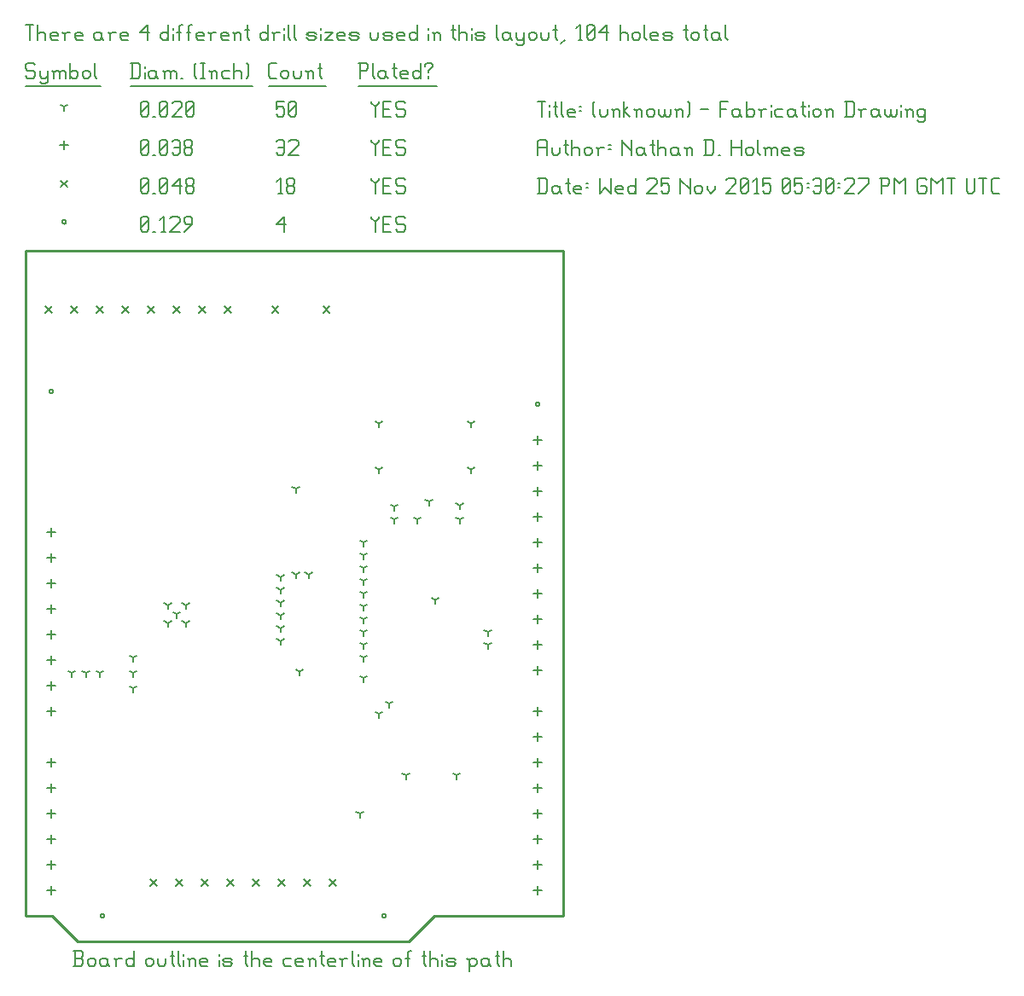
<source format=gbr>
G04 start of page 12 for group -3984 idx -3984 *
G04 Title: (unknown), fab *
G04 Creator: pcb 20140316 *
G04 CreationDate: Wed 25 Nov 2015 05:30:27 PM GMT UTC *
G04 For: ndholmes *
G04 Format: Gerber/RS-274X *
G04 PCB-Dimensions (mil): 2100.00 2700.00 *
G04 PCB-Coordinate-Origin: lower left *
%MOIN*%
%FSLAX25Y25*%
%LNFAB*%
%ADD87C,0.0100*%
%ADD86C,0.0060*%
%ADD85R,0.0080X0.0080*%
G54D85*X139200Y10000D02*G75*G03X140800Y10000I800J0D01*G01*
G75*G03X139200Y10000I-800J0D01*G01*
X199200Y210000D02*G75*G03X200800Y210000I800J0D01*G01*
G75*G03X199200Y210000I-800J0D01*G01*
X9200Y215000D02*G75*G03X10800Y215000I800J0D01*G01*
G75*G03X9200Y215000I-800J0D01*G01*
X29200Y10000D02*G75*G03X30800Y10000I800J0D01*G01*
G75*G03X29200Y10000I-800J0D01*G01*
X14200Y281250D02*G75*G03X15800Y281250I800J0D01*G01*
G75*G03X14200Y281250I-800J0D01*G01*
G54D86*X135000Y283500D02*Y282750D01*
X136500Y281250D01*
X138000Y282750D01*
Y283500D02*Y282750D01*
X136500Y281250D02*Y277500D01*
X139800Y280500D02*X142050D01*
X139800Y277500D02*X142800D01*
X139800Y283500D02*Y277500D01*
Y283500D02*X142800D01*
X147600D02*X148350Y282750D01*
X145350Y283500D02*X147600D01*
X144600Y282750D02*X145350Y283500D01*
X144600Y282750D02*Y281250D01*
X145350Y280500D01*
X147600D01*
X148350Y279750D01*
Y278250D01*
X147600Y277500D02*X148350Y278250D01*
X145350Y277500D02*X147600D01*
X144600Y278250D02*X145350Y277500D01*
X98000Y280500D02*X101000Y283500D01*
X98000Y280500D02*X101750D01*
X101000Y283500D02*Y277500D01*
X45000Y278250D02*X45750Y277500D01*
X45000Y282750D02*Y278250D01*
Y282750D02*X45750Y283500D01*
X47250D01*
X48000Y282750D01*
Y278250D01*
X47250Y277500D02*X48000Y278250D01*
X45750Y277500D02*X47250D01*
X45000Y279000D02*X48000Y282000D01*
X49800Y277500D02*X50550D01*
X53100D02*X54600D01*
X53850Y283500D02*Y277500D01*
X52350Y282000D02*X53850Y283500D01*
X56400Y282750D02*X57150Y283500D01*
X59400D01*
X60150Y282750D01*
Y281250D01*
X56400Y277500D02*X60150Y281250D01*
X56400Y277500D02*X60150D01*
X61950D02*X64950Y280500D01*
Y282750D02*Y280500D01*
X64200Y283500D02*X64950Y282750D01*
X62700Y283500D02*X64200D01*
X61950Y282750D02*X62700Y283500D01*
X61950Y282750D02*Y281250D01*
X62700Y280500D01*
X64950D01*
X48800Y24200D02*X51200Y21800D01*
X48800D02*X51200Y24200D01*
X58800D02*X61200Y21800D01*
X58800D02*X61200Y24200D01*
X68800D02*X71200Y21800D01*
X68800D02*X71200Y24200D01*
X78800D02*X81200Y21800D01*
X78800D02*X81200Y24200D01*
X88800D02*X91200Y21800D01*
X88800D02*X91200Y24200D01*
X98800D02*X101200Y21800D01*
X98800D02*X101200Y24200D01*
X108800D02*X111200Y21800D01*
X108800D02*X111200Y24200D01*
X118800D02*X121200Y21800D01*
X118800D02*X121200Y24200D01*
X77800Y248200D02*X80200Y245800D01*
X77800D02*X80200Y248200D01*
X67800D02*X70200Y245800D01*
X67800D02*X70200Y248200D01*
X57800D02*X60200Y245800D01*
X57800D02*X60200Y248200D01*
X47800D02*X50200Y245800D01*
X47800D02*X50200Y248200D01*
X37800D02*X40200Y245800D01*
X37800D02*X40200Y248200D01*
X27800D02*X30200Y245800D01*
X27800D02*X30200Y248200D01*
X17800D02*X20200Y245800D01*
X17800D02*X20200Y248200D01*
X7800D02*X10200Y245800D01*
X7800D02*X10200Y248200D01*
X116300D02*X118700Y245800D01*
X116300D02*X118700Y248200D01*
X96300D02*X98700Y245800D01*
X96300D02*X98700Y248200D01*
X13800Y297450D02*X16200Y295050D01*
X13800D02*X16200Y297450D01*
X135000Y298500D02*Y297750D01*
X136500Y296250D01*
X138000Y297750D01*
Y298500D02*Y297750D01*
X136500Y296250D02*Y292500D01*
X139800Y295500D02*X142050D01*
X139800Y292500D02*X142800D01*
X139800Y298500D02*Y292500D01*
Y298500D02*X142800D01*
X147600D02*X148350Y297750D01*
X145350Y298500D02*X147600D01*
X144600Y297750D02*X145350Y298500D01*
X144600Y297750D02*Y296250D01*
X145350Y295500D01*
X147600D01*
X148350Y294750D01*
Y293250D01*
X147600Y292500D02*X148350Y293250D01*
X145350Y292500D02*X147600D01*
X144600Y293250D02*X145350Y292500D01*
X98750D02*X100250D01*
X99500Y298500D02*Y292500D01*
X98000Y297000D02*X99500Y298500D01*
X102050Y293250D02*X102800Y292500D01*
X102050Y294750D02*Y293250D01*
Y294750D02*X102800Y295500D01*
X104300D01*
X105050Y294750D01*
Y293250D01*
X104300Y292500D02*X105050Y293250D01*
X102800Y292500D02*X104300D01*
X102050Y296250D02*X102800Y295500D01*
X102050Y297750D02*Y296250D01*
Y297750D02*X102800Y298500D01*
X104300D01*
X105050Y297750D01*
Y296250D01*
X104300Y295500D02*X105050Y296250D01*
X45000Y293250D02*X45750Y292500D01*
X45000Y297750D02*Y293250D01*
Y297750D02*X45750Y298500D01*
X47250D01*
X48000Y297750D01*
Y293250D01*
X47250Y292500D02*X48000Y293250D01*
X45750Y292500D02*X47250D01*
X45000Y294000D02*X48000Y297000D01*
X49800Y292500D02*X50550D01*
X52350Y293250D02*X53100Y292500D01*
X52350Y297750D02*Y293250D01*
Y297750D02*X53100Y298500D01*
X54600D01*
X55350Y297750D01*
Y293250D01*
X54600Y292500D02*X55350Y293250D01*
X53100Y292500D02*X54600D01*
X52350Y294000D02*X55350Y297000D01*
X57150Y295500D02*X60150Y298500D01*
X57150Y295500D02*X60900D01*
X60150Y298500D02*Y292500D01*
X62700Y293250D02*X63450Y292500D01*
X62700Y294750D02*Y293250D01*
Y294750D02*X63450Y295500D01*
X64950D01*
X65700Y294750D01*
Y293250D01*
X64950Y292500D02*X65700Y293250D01*
X63450Y292500D02*X64950D01*
X62700Y296250D02*X63450Y295500D01*
X62700Y297750D02*Y296250D01*
Y297750D02*X63450Y298500D01*
X64950D01*
X65700Y297750D01*
Y296250D01*
X64950Y295500D02*X65700Y296250D01*
X10000Y161600D02*Y158400D01*
X8400Y160000D02*X11600D01*
X10000Y151600D02*Y148400D01*
X8400Y150000D02*X11600D01*
X10000Y141600D02*Y138400D01*
X8400Y140000D02*X11600D01*
X10000Y131600D02*Y128400D01*
X8400Y130000D02*X11600D01*
X10000Y121600D02*Y118400D01*
X8400Y120000D02*X11600D01*
X10000Y111600D02*Y108400D01*
X8400Y110000D02*X11600D01*
X10000Y101600D02*Y98400D01*
X8400Y100000D02*X11600D01*
X10000Y91600D02*Y88400D01*
X8400Y90000D02*X11600D01*
X10000Y71600D02*Y68400D01*
X8400Y70000D02*X11600D01*
X10000Y61600D02*Y58400D01*
X8400Y60000D02*X11600D01*
X10000Y51600D02*Y48400D01*
X8400Y50000D02*X11600D01*
X10000Y41600D02*Y38400D01*
X8400Y40000D02*X11600D01*
X10000Y31600D02*Y28400D01*
X8400Y30000D02*X11600D01*
X10000Y21600D02*Y18400D01*
X8400Y20000D02*X11600D01*
X200000Y21600D02*Y18400D01*
X198400Y20000D02*X201600D01*
X200000Y31600D02*Y28400D01*
X198400Y30000D02*X201600D01*
X200000Y41600D02*Y38400D01*
X198400Y40000D02*X201600D01*
X200000Y51600D02*Y48400D01*
X198400Y50000D02*X201600D01*
X200000Y61600D02*Y58400D01*
X198400Y60000D02*X201600D01*
X200000Y71600D02*Y68400D01*
X198400Y70000D02*X201600D01*
X200000Y81600D02*Y78400D01*
X198400Y80000D02*X201600D01*
X200000Y91600D02*Y88400D01*
X198400Y90000D02*X201600D01*
X200000Y107600D02*Y104400D01*
X198400Y106000D02*X201600D01*
X200000Y117600D02*Y114400D01*
X198400Y116000D02*X201600D01*
X200000Y127600D02*Y124400D01*
X198400Y126000D02*X201600D01*
X200000Y137600D02*Y134400D01*
X198400Y136000D02*X201600D01*
X200000Y147600D02*Y144400D01*
X198400Y146000D02*X201600D01*
X200000Y157600D02*Y154400D01*
X198400Y156000D02*X201600D01*
X200000Y167600D02*Y164400D01*
X198400Y166000D02*X201600D01*
X200000Y177600D02*Y174400D01*
X198400Y176000D02*X201600D01*
X200000Y187600D02*Y184400D01*
X198400Y186000D02*X201600D01*
X200000Y197600D02*Y194400D01*
X198400Y196000D02*X201600D01*
X15000Y312850D02*Y309650D01*
X13400Y311250D02*X16600D01*
X135000Y313500D02*Y312750D01*
X136500Y311250D01*
X138000Y312750D01*
Y313500D02*Y312750D01*
X136500Y311250D02*Y307500D01*
X139800Y310500D02*X142050D01*
X139800Y307500D02*X142800D01*
X139800Y313500D02*Y307500D01*
Y313500D02*X142800D01*
X147600D02*X148350Y312750D01*
X145350Y313500D02*X147600D01*
X144600Y312750D02*X145350Y313500D01*
X144600Y312750D02*Y311250D01*
X145350Y310500D01*
X147600D01*
X148350Y309750D01*
Y308250D01*
X147600Y307500D02*X148350Y308250D01*
X145350Y307500D02*X147600D01*
X144600Y308250D02*X145350Y307500D01*
X98000Y312750D02*X98750Y313500D01*
X100250D01*
X101000Y312750D01*
Y308250D01*
X100250Y307500D02*X101000Y308250D01*
X98750Y307500D02*X100250D01*
X98000Y308250D02*X98750Y307500D01*
Y310500D02*X101000D01*
X102800Y312750D02*X103550Y313500D01*
X105800D01*
X106550Y312750D01*
Y311250D01*
X102800Y307500D02*X106550Y311250D01*
X102800Y307500D02*X106550D01*
X45000Y308250D02*X45750Y307500D01*
X45000Y312750D02*Y308250D01*
Y312750D02*X45750Y313500D01*
X47250D01*
X48000Y312750D01*
Y308250D01*
X47250Y307500D02*X48000Y308250D01*
X45750Y307500D02*X47250D01*
X45000Y309000D02*X48000Y312000D01*
X49800Y307500D02*X50550D01*
X52350Y308250D02*X53100Y307500D01*
X52350Y312750D02*Y308250D01*
Y312750D02*X53100Y313500D01*
X54600D01*
X55350Y312750D01*
Y308250D01*
X54600Y307500D02*X55350Y308250D01*
X53100Y307500D02*X54600D01*
X52350Y309000D02*X55350Y312000D01*
X57150Y312750D02*X57900Y313500D01*
X59400D01*
X60150Y312750D01*
Y308250D01*
X59400Y307500D02*X60150Y308250D01*
X57900Y307500D02*X59400D01*
X57150Y308250D02*X57900Y307500D01*
Y310500D02*X60150D01*
X61950Y308250D02*X62700Y307500D01*
X61950Y309750D02*Y308250D01*
Y309750D02*X62700Y310500D01*
X64200D01*
X64950Y309750D01*
Y308250D01*
X64200Y307500D02*X64950Y308250D01*
X62700Y307500D02*X64200D01*
X61950Y311250D02*X62700Y310500D01*
X61950Y312750D02*Y311250D01*
Y312750D02*X62700Y313500D01*
X64200D01*
X64950Y312750D01*
Y311250D01*
X64200Y310500D02*X64950Y311250D01*
X169500Y165000D02*Y163400D01*
Y165000D02*X170887Y165800D01*
X169500Y165000D02*X168113Y165800D01*
X153000Y165000D02*Y163400D01*
Y165000D02*X154387Y165800D01*
X153000Y165000D02*X151613Y165800D01*
X132000Y103000D02*Y101400D01*
Y103000D02*X133387Y103800D01*
X132000Y103000D02*X130613Y103800D01*
X132000Y111000D02*Y109400D01*
Y111000D02*X133387Y111800D01*
X132000Y111000D02*X130613Y111800D01*
X132000Y116000D02*Y114400D01*
Y116000D02*X133387Y116800D01*
X132000Y116000D02*X130613Y116800D01*
X132000Y126000D02*Y124400D01*
Y126000D02*X133387Y126800D01*
X132000Y126000D02*X130613Y126800D01*
X132000Y131000D02*Y129400D01*
Y131000D02*X133387Y131800D01*
X132000Y131000D02*X130613Y131800D01*
X132000Y136000D02*Y134400D01*
Y136000D02*X133387Y136800D01*
X132000Y136000D02*X130613Y136800D01*
X132000Y141000D02*Y139400D01*
Y141000D02*X133387Y141800D01*
X132000Y141000D02*X130613Y141800D01*
X132000Y146000D02*Y144400D01*
Y146000D02*X133387Y146800D01*
X132000Y146000D02*X130613Y146800D01*
X132000Y151000D02*Y149400D01*
Y151000D02*X133387Y151800D01*
X132000Y151000D02*X130613Y151800D01*
X132000Y156000D02*Y154400D01*
Y156000D02*X133387Y156800D01*
X132000Y156000D02*X130613Y156800D01*
X105500Y143500D02*Y141900D01*
Y143500D02*X106887Y144300D01*
X105500Y143500D02*X104113Y144300D01*
X110500Y143500D02*Y141900D01*
Y143500D02*X111887Y144300D01*
X110500Y143500D02*X109113Y144300D01*
X107000Y105500D02*Y103900D01*
Y105500D02*X108387Y106300D01*
X107000Y105500D02*X105613Y106300D01*
X99500Y142500D02*Y140900D01*
Y142500D02*X100887Y143300D01*
X99500Y142500D02*X98113Y143300D01*
X99500Y137500D02*Y135900D01*
Y137500D02*X100887Y138300D01*
X99500Y137500D02*X98113Y138300D01*
X99500Y132500D02*Y130900D01*
Y132500D02*X100887Y133300D01*
X99500Y132500D02*X98113Y133300D01*
X99500Y127500D02*Y125900D01*
Y127500D02*X100887Y128300D01*
X99500Y127500D02*X98113Y128300D01*
X99500Y122500D02*Y120900D01*
Y122500D02*X100887Y123300D01*
X99500Y122500D02*X98113Y123300D01*
X99500Y117500D02*Y115900D01*
Y117500D02*X100887Y118300D01*
X99500Y117500D02*X98113Y118300D01*
X132000Y121000D02*Y119400D01*
Y121000D02*X133387Y121800D01*
X132000Y121000D02*X130613Y121800D01*
X157500Y172000D02*Y170400D01*
Y172000D02*X158887Y172800D01*
X157500Y172000D02*X156113Y172800D01*
X144000Y165000D02*Y163400D01*
Y165000D02*X145387Y165800D01*
X144000Y165000D02*X142613Y165800D01*
X105500Y177000D02*Y175400D01*
Y177000D02*X106887Y177800D01*
X105500Y177000D02*X104113Y177800D01*
X42000Y111000D02*Y109400D01*
Y111000D02*X43387Y111800D01*
X42000Y111000D02*X40613Y111800D01*
X42000Y105000D02*Y103400D01*
Y105000D02*X43387Y105800D01*
X42000Y105000D02*X40613Y105800D01*
X42000Y99000D02*Y97400D01*
Y99000D02*X43387Y99800D01*
X42000Y99000D02*X40613Y99800D01*
X18000Y105000D02*Y103400D01*
Y105000D02*X19387Y105800D01*
X18000Y105000D02*X16613Y105800D01*
X23500Y105000D02*Y103400D01*
Y105000D02*X24887Y105800D01*
X23500Y105000D02*X22113Y105800D01*
X29000Y105000D02*Y103400D01*
Y105000D02*X30387Y105800D01*
X29000Y105000D02*X27613Y105800D01*
X62500Y124500D02*Y122900D01*
Y124500D02*X63887Y125300D01*
X62500Y124500D02*X61113Y125300D01*
X55500Y124500D02*Y122900D01*
Y124500D02*X56887Y125300D01*
X55500Y124500D02*X54113Y125300D01*
X59000Y128000D02*Y126400D01*
Y128000D02*X60387Y128800D01*
X59000Y128000D02*X57613Y128800D01*
X55500Y131500D02*Y129900D01*
Y131500D02*X56887Y132300D01*
X55500Y131500D02*X54113Y132300D01*
X62500Y131500D02*Y129900D01*
Y131500D02*X63887Y132300D01*
X62500Y131500D02*X61113Y132300D01*
X130500Y50000D02*Y48400D01*
Y50000D02*X131887Y50800D01*
X130500Y50000D02*X129113Y50800D01*
X148500Y65000D02*Y63400D01*
Y65000D02*X149887Y65800D01*
X148500Y65000D02*X147113Y65800D01*
X168414Y65000D02*Y63400D01*
Y65000D02*X169801Y65800D01*
X168414Y65000D02*X167027Y65800D01*
X138000Y89000D02*Y87400D01*
Y89000D02*X139387Y89800D01*
X138000Y89000D02*X136613Y89800D01*
X142000Y93000D02*Y91400D01*
Y93000D02*X143387Y93800D01*
X142000Y93000D02*X140613Y93800D01*
X160000Y133500D02*Y131900D01*
Y133500D02*X161387Y134300D01*
X160000Y133500D02*X158613Y134300D01*
X180500Y116000D02*Y114400D01*
Y116000D02*X181887Y116800D01*
X180500Y116000D02*X179113Y116800D01*
X180500Y121000D02*Y119400D01*
Y121000D02*X181887Y121800D01*
X180500Y121000D02*X179113Y121800D01*
X138000Y202500D02*Y200900D01*
Y202500D02*X139387Y203300D01*
X138000Y202500D02*X136613Y203300D01*
X138000Y184500D02*Y182900D01*
Y184500D02*X139387Y185300D01*
X138000Y184500D02*X136613Y185300D01*
X144000Y170000D02*Y168400D01*
Y170000D02*X145387Y170800D01*
X144000Y170000D02*X142613Y170800D01*
X169500Y170500D02*Y168900D01*
Y170500D02*X170887Y171300D01*
X169500Y170500D02*X168113Y171300D01*
X174000Y202500D02*Y200900D01*
Y202500D02*X175387Y203300D01*
X174000Y202500D02*X172613Y203300D01*
X174000Y184500D02*Y182900D01*
Y184500D02*X175387Y185300D01*
X174000Y184500D02*X172613Y185300D01*
X15000Y326250D02*Y324650D01*
Y326250D02*X16387Y327050D01*
X15000Y326250D02*X13613Y327050D01*
X135000Y328500D02*Y327750D01*
X136500Y326250D01*
X138000Y327750D01*
Y328500D02*Y327750D01*
X136500Y326250D02*Y322500D01*
X139800Y325500D02*X142050D01*
X139800Y322500D02*X142800D01*
X139800Y328500D02*Y322500D01*
Y328500D02*X142800D01*
X147600D02*X148350Y327750D01*
X145350Y328500D02*X147600D01*
X144600Y327750D02*X145350Y328500D01*
X144600Y327750D02*Y326250D01*
X145350Y325500D01*
X147600D01*
X148350Y324750D01*
Y323250D01*
X147600Y322500D02*X148350Y323250D01*
X145350Y322500D02*X147600D01*
X144600Y323250D02*X145350Y322500D01*
X98000Y328500D02*X101000D01*
X98000D02*Y325500D01*
X98750Y326250D01*
X100250D01*
X101000Y325500D01*
Y323250D01*
X100250Y322500D02*X101000Y323250D01*
X98750Y322500D02*X100250D01*
X98000Y323250D02*X98750Y322500D01*
X102800Y323250D02*X103550Y322500D01*
X102800Y327750D02*Y323250D01*
Y327750D02*X103550Y328500D01*
X105050D01*
X105800Y327750D01*
Y323250D01*
X105050Y322500D02*X105800Y323250D01*
X103550Y322500D02*X105050D01*
X102800Y324000D02*X105800Y327000D01*
X45000Y323250D02*X45750Y322500D01*
X45000Y327750D02*Y323250D01*
Y327750D02*X45750Y328500D01*
X47250D01*
X48000Y327750D01*
Y323250D01*
X47250Y322500D02*X48000Y323250D01*
X45750Y322500D02*X47250D01*
X45000Y324000D02*X48000Y327000D01*
X49800Y322500D02*X50550D01*
X52350Y323250D02*X53100Y322500D01*
X52350Y327750D02*Y323250D01*
Y327750D02*X53100Y328500D01*
X54600D01*
X55350Y327750D01*
Y323250D01*
X54600Y322500D02*X55350Y323250D01*
X53100Y322500D02*X54600D01*
X52350Y324000D02*X55350Y327000D01*
X57150Y327750D02*X57900Y328500D01*
X60150D01*
X60900Y327750D01*
Y326250D01*
X57150Y322500D02*X60900Y326250D01*
X57150Y322500D02*X60900D01*
X62700Y323250D02*X63450Y322500D01*
X62700Y327750D02*Y323250D01*
Y327750D02*X63450Y328500D01*
X64950D01*
X65700Y327750D01*
Y323250D01*
X64950Y322500D02*X65700Y323250D01*
X63450Y322500D02*X64950D01*
X62700Y324000D02*X65700Y327000D01*
X3000Y343500D02*X3750Y342750D01*
X750Y343500D02*X3000D01*
X0Y342750D02*X750Y343500D01*
X0Y342750D02*Y341250D01*
X750Y340500D01*
X3000D01*
X3750Y339750D01*
Y338250D01*
X3000Y337500D02*X3750Y338250D01*
X750Y337500D02*X3000D01*
X0Y338250D02*X750Y337500D01*
X5550Y340500D02*Y338250D01*
X6300Y337500D01*
X8550Y340500D02*Y336000D01*
X7800Y335250D02*X8550Y336000D01*
X6300Y335250D02*X7800D01*
X5550Y336000D02*X6300Y335250D01*
Y337500D02*X7800D01*
X8550Y338250D01*
X11100Y339750D02*Y337500D01*
Y339750D02*X11850Y340500D01*
X12600D01*
X13350Y339750D01*
Y337500D01*
Y339750D02*X14100Y340500D01*
X14850D01*
X15600Y339750D01*
Y337500D01*
X10350Y340500D02*X11100Y339750D01*
X17400Y343500D02*Y337500D01*
Y338250D02*X18150Y337500D01*
X19650D01*
X20400Y338250D01*
Y339750D02*Y338250D01*
X19650Y340500D02*X20400Y339750D01*
X18150Y340500D02*X19650D01*
X17400Y339750D02*X18150Y340500D01*
X22200Y339750D02*Y338250D01*
Y339750D02*X22950Y340500D01*
X24450D01*
X25200Y339750D01*
Y338250D01*
X24450Y337500D02*X25200Y338250D01*
X22950Y337500D02*X24450D01*
X22200Y338250D02*X22950Y337500D01*
X27000Y343500D02*Y338250D01*
X27750Y337500D01*
X0Y334250D02*X29250D01*
X41750Y343500D02*Y337500D01*
X44000Y343500D02*X44750Y342750D01*
Y338250D01*
X44000Y337500D02*X44750Y338250D01*
X41000Y337500D02*X44000D01*
X41000Y343500D02*X44000D01*
X46550Y342000D02*Y341250D01*
Y339750D02*Y337500D01*
X50300Y340500D02*X51050Y339750D01*
X48800Y340500D02*X50300D01*
X48050Y339750D02*X48800Y340500D01*
X48050Y339750D02*Y338250D01*
X48800Y337500D01*
X51050Y340500D02*Y338250D01*
X51800Y337500D01*
X48800D02*X50300D01*
X51050Y338250D01*
X54350Y339750D02*Y337500D01*
Y339750D02*X55100Y340500D01*
X55850D01*
X56600Y339750D01*
Y337500D01*
Y339750D02*X57350Y340500D01*
X58100D01*
X58850Y339750D01*
Y337500D01*
X53600Y340500D02*X54350Y339750D01*
X60650Y337500D02*X61400D01*
X65900Y338250D02*X66650Y337500D01*
X65900Y342750D02*X66650Y343500D01*
X65900Y342750D02*Y338250D01*
X68450Y343500D02*X69950D01*
X69200D02*Y337500D01*
X68450D02*X69950D01*
X72500Y339750D02*Y337500D01*
Y339750D02*X73250Y340500D01*
X74000D01*
X74750Y339750D01*
Y337500D01*
X71750Y340500D02*X72500Y339750D01*
X77300Y340500D02*X79550D01*
X76550Y339750D02*X77300Y340500D01*
X76550Y339750D02*Y338250D01*
X77300Y337500D01*
X79550D01*
X81350Y343500D02*Y337500D01*
Y339750D02*X82100Y340500D01*
X83600D01*
X84350Y339750D01*
Y337500D01*
X86150Y343500D02*X86900Y342750D01*
Y338250D01*
X86150Y337500D02*X86900Y338250D01*
X41000Y334250D02*X88700D01*
X95750Y337500D02*X98000D01*
X95000Y338250D02*X95750Y337500D01*
X95000Y342750D02*Y338250D01*
Y342750D02*X95750Y343500D01*
X98000D01*
X99800Y339750D02*Y338250D01*
Y339750D02*X100550Y340500D01*
X102050D01*
X102800Y339750D01*
Y338250D01*
X102050Y337500D02*X102800Y338250D01*
X100550Y337500D02*X102050D01*
X99800Y338250D02*X100550Y337500D01*
X104600Y340500D02*Y338250D01*
X105350Y337500D01*
X106850D01*
X107600Y338250D01*
Y340500D02*Y338250D01*
X110150Y339750D02*Y337500D01*
Y339750D02*X110900Y340500D01*
X111650D01*
X112400Y339750D01*
Y337500D01*
X109400Y340500D02*X110150Y339750D01*
X114950Y343500D02*Y338250D01*
X115700Y337500D01*
X114200Y341250D02*X115700D01*
X95000Y334250D02*X117200D01*
X130750Y343500D02*Y337500D01*
X130000Y343500D02*X133000D01*
X133750Y342750D01*
Y341250D01*
X133000Y340500D02*X133750Y341250D01*
X130750Y340500D02*X133000D01*
X135550Y343500D02*Y338250D01*
X136300Y337500D01*
X140050Y340500D02*X140800Y339750D01*
X138550Y340500D02*X140050D01*
X137800Y339750D02*X138550Y340500D01*
X137800Y339750D02*Y338250D01*
X138550Y337500D01*
X140800Y340500D02*Y338250D01*
X141550Y337500D01*
X138550D02*X140050D01*
X140800Y338250D01*
X144100Y343500D02*Y338250D01*
X144850Y337500D01*
X143350Y341250D02*X144850D01*
X147100Y337500D02*X149350D01*
X146350Y338250D02*X147100Y337500D01*
X146350Y339750D02*Y338250D01*
Y339750D02*X147100Y340500D01*
X148600D01*
X149350Y339750D01*
X146350Y339000D02*X149350D01*
Y339750D02*Y339000D01*
X154150Y343500D02*Y337500D01*
X153400D02*X154150Y338250D01*
X151900Y337500D02*X153400D01*
X151150Y338250D02*X151900Y337500D01*
X151150Y339750D02*Y338250D01*
Y339750D02*X151900Y340500D01*
X153400D01*
X154150Y339750D01*
X157450Y340500D02*Y339750D01*
Y338250D02*Y337500D01*
X155950Y342750D02*Y342000D01*
Y342750D02*X156700Y343500D01*
X158200D01*
X158950Y342750D01*
Y342000D01*
X157450Y340500D02*X158950Y342000D01*
X130000Y334250D02*X160750D01*
X0Y358500D02*X3000D01*
X1500D02*Y352500D01*
X4800Y358500D02*Y352500D01*
Y354750D02*X5550Y355500D01*
X7050D01*
X7800Y354750D01*
Y352500D01*
X10350D02*X12600D01*
X9600Y353250D02*X10350Y352500D01*
X9600Y354750D02*Y353250D01*
Y354750D02*X10350Y355500D01*
X11850D01*
X12600Y354750D01*
X9600Y354000D02*X12600D01*
Y354750D02*Y354000D01*
X15150Y354750D02*Y352500D01*
Y354750D02*X15900Y355500D01*
X17400D01*
X14400D02*X15150Y354750D01*
X19950Y352500D02*X22200D01*
X19200Y353250D02*X19950Y352500D01*
X19200Y354750D02*Y353250D01*
Y354750D02*X19950Y355500D01*
X21450D01*
X22200Y354750D01*
X19200Y354000D02*X22200D01*
Y354750D02*Y354000D01*
X28950Y355500D02*X29700Y354750D01*
X27450Y355500D02*X28950D01*
X26700Y354750D02*X27450Y355500D01*
X26700Y354750D02*Y353250D01*
X27450Y352500D01*
X29700Y355500D02*Y353250D01*
X30450Y352500D01*
X27450D02*X28950D01*
X29700Y353250D01*
X33000Y354750D02*Y352500D01*
Y354750D02*X33750Y355500D01*
X35250D01*
X32250D02*X33000Y354750D01*
X37800Y352500D02*X40050D01*
X37050Y353250D02*X37800Y352500D01*
X37050Y354750D02*Y353250D01*
Y354750D02*X37800Y355500D01*
X39300D01*
X40050Y354750D01*
X37050Y354000D02*X40050D01*
Y354750D02*Y354000D01*
X44550Y355500D02*X47550Y358500D01*
X44550Y355500D02*X48300D01*
X47550Y358500D02*Y352500D01*
X55800Y358500D02*Y352500D01*
X55050D02*X55800Y353250D01*
X53550Y352500D02*X55050D01*
X52800Y353250D02*X53550Y352500D01*
X52800Y354750D02*Y353250D01*
Y354750D02*X53550Y355500D01*
X55050D01*
X55800Y354750D01*
X57600Y357000D02*Y356250D01*
Y354750D02*Y352500D01*
X59850Y357750D02*Y352500D01*
Y357750D02*X60600Y358500D01*
X61350D01*
X59100Y355500D02*X60600D01*
X63600Y357750D02*Y352500D01*
Y357750D02*X64350Y358500D01*
X65100D01*
X62850Y355500D02*X64350D01*
X67350Y352500D02*X69600D01*
X66600Y353250D02*X67350Y352500D01*
X66600Y354750D02*Y353250D01*
Y354750D02*X67350Y355500D01*
X68850D01*
X69600Y354750D01*
X66600Y354000D02*X69600D01*
Y354750D02*Y354000D01*
X72150Y354750D02*Y352500D01*
Y354750D02*X72900Y355500D01*
X74400D01*
X71400D02*X72150Y354750D01*
X76950Y352500D02*X79200D01*
X76200Y353250D02*X76950Y352500D01*
X76200Y354750D02*Y353250D01*
Y354750D02*X76950Y355500D01*
X78450D01*
X79200Y354750D01*
X76200Y354000D02*X79200D01*
Y354750D02*Y354000D01*
X81750Y354750D02*Y352500D01*
Y354750D02*X82500Y355500D01*
X83250D01*
X84000Y354750D01*
Y352500D01*
X81000Y355500D02*X81750Y354750D01*
X86550Y358500D02*Y353250D01*
X87300Y352500D01*
X85800Y356250D02*X87300D01*
X94500Y358500D02*Y352500D01*
X93750D02*X94500Y353250D01*
X92250Y352500D02*X93750D01*
X91500Y353250D02*X92250Y352500D01*
X91500Y354750D02*Y353250D01*
Y354750D02*X92250Y355500D01*
X93750D01*
X94500Y354750D01*
X97050D02*Y352500D01*
Y354750D02*X97800Y355500D01*
X99300D01*
X96300D02*X97050Y354750D01*
X101100Y357000D02*Y356250D01*
Y354750D02*Y352500D01*
X102600Y358500D02*Y353250D01*
X103350Y352500D01*
X104850Y358500D02*Y353250D01*
X105600Y352500D01*
X110550D02*X112800D01*
X113550Y353250D01*
X112800Y354000D02*X113550Y353250D01*
X110550Y354000D02*X112800D01*
X109800Y354750D02*X110550Y354000D01*
X109800Y354750D02*X110550Y355500D01*
X112800D01*
X113550Y354750D01*
X109800Y353250D02*X110550Y352500D01*
X115350Y357000D02*Y356250D01*
Y354750D02*Y352500D01*
X116850Y355500D02*X119850D01*
X116850Y352500D02*X119850Y355500D01*
X116850Y352500D02*X119850D01*
X122400D02*X124650D01*
X121650Y353250D02*X122400Y352500D01*
X121650Y354750D02*Y353250D01*
Y354750D02*X122400Y355500D01*
X123900D01*
X124650Y354750D01*
X121650Y354000D02*X124650D01*
Y354750D02*Y354000D01*
X127200Y352500D02*X129450D01*
X130200Y353250D01*
X129450Y354000D02*X130200Y353250D01*
X127200Y354000D02*X129450D01*
X126450Y354750D02*X127200Y354000D01*
X126450Y354750D02*X127200Y355500D01*
X129450D01*
X130200Y354750D01*
X126450Y353250D02*X127200Y352500D01*
X134700Y355500D02*Y353250D01*
X135450Y352500D01*
X136950D01*
X137700Y353250D01*
Y355500D02*Y353250D01*
X140250Y352500D02*X142500D01*
X143250Y353250D01*
X142500Y354000D02*X143250Y353250D01*
X140250Y354000D02*X142500D01*
X139500Y354750D02*X140250Y354000D01*
X139500Y354750D02*X140250Y355500D01*
X142500D01*
X143250Y354750D01*
X139500Y353250D02*X140250Y352500D01*
X145800D02*X148050D01*
X145050Y353250D02*X145800Y352500D01*
X145050Y354750D02*Y353250D01*
Y354750D02*X145800Y355500D01*
X147300D01*
X148050Y354750D01*
X145050Y354000D02*X148050D01*
Y354750D02*Y354000D01*
X152850Y358500D02*Y352500D01*
X152100D02*X152850Y353250D01*
X150600Y352500D02*X152100D01*
X149850Y353250D02*X150600Y352500D01*
X149850Y354750D02*Y353250D01*
Y354750D02*X150600Y355500D01*
X152100D01*
X152850Y354750D01*
X157350Y357000D02*Y356250D01*
Y354750D02*Y352500D01*
X159600Y354750D02*Y352500D01*
Y354750D02*X160350Y355500D01*
X161100D01*
X161850Y354750D01*
Y352500D01*
X158850Y355500D02*X159600Y354750D01*
X167100Y358500D02*Y353250D01*
X167850Y352500D01*
X166350Y356250D02*X167850D01*
X169350Y358500D02*Y352500D01*
Y354750D02*X170100Y355500D01*
X171600D01*
X172350Y354750D01*
Y352500D01*
X174150Y357000D02*Y356250D01*
Y354750D02*Y352500D01*
X176400D02*X178650D01*
X179400Y353250D01*
X178650Y354000D02*X179400Y353250D01*
X176400Y354000D02*X178650D01*
X175650Y354750D02*X176400Y354000D01*
X175650Y354750D02*X176400Y355500D01*
X178650D01*
X179400Y354750D01*
X175650Y353250D02*X176400Y352500D01*
X183900Y358500D02*Y353250D01*
X184650Y352500D01*
X188400Y355500D02*X189150Y354750D01*
X186900Y355500D02*X188400D01*
X186150Y354750D02*X186900Y355500D01*
X186150Y354750D02*Y353250D01*
X186900Y352500D01*
X189150Y355500D02*Y353250D01*
X189900Y352500D01*
X186900D02*X188400D01*
X189150Y353250D01*
X191700Y355500D02*Y353250D01*
X192450Y352500D01*
X194700Y355500D02*Y351000D01*
X193950Y350250D02*X194700Y351000D01*
X192450Y350250D02*X193950D01*
X191700Y351000D02*X192450Y350250D01*
Y352500D02*X193950D01*
X194700Y353250D01*
X196500Y354750D02*Y353250D01*
Y354750D02*X197250Y355500D01*
X198750D01*
X199500Y354750D01*
Y353250D01*
X198750Y352500D02*X199500Y353250D01*
X197250Y352500D02*X198750D01*
X196500Y353250D02*X197250Y352500D01*
X201300Y355500D02*Y353250D01*
X202050Y352500D01*
X203550D01*
X204300Y353250D01*
Y355500D02*Y353250D01*
X206850Y358500D02*Y353250D01*
X207600Y352500D01*
X206100Y356250D02*X207600D01*
X209100Y351000D02*X210600Y352500D01*
X215850D02*X217350D01*
X216600Y358500D02*Y352500D01*
X215100Y357000D02*X216600Y358500D01*
X219150Y353250D02*X219900Y352500D01*
X219150Y357750D02*Y353250D01*
Y357750D02*X219900Y358500D01*
X221400D01*
X222150Y357750D01*
Y353250D01*
X221400Y352500D02*X222150Y353250D01*
X219900Y352500D02*X221400D01*
X219150Y354000D02*X222150Y357000D01*
X223950Y355500D02*X226950Y358500D01*
X223950Y355500D02*X227700D01*
X226950Y358500D02*Y352500D01*
X232200Y358500D02*Y352500D01*
Y354750D02*X232950Y355500D01*
X234450D01*
X235200Y354750D01*
Y352500D01*
X237000Y354750D02*Y353250D01*
Y354750D02*X237750Y355500D01*
X239250D01*
X240000Y354750D01*
Y353250D01*
X239250Y352500D02*X240000Y353250D01*
X237750Y352500D02*X239250D01*
X237000Y353250D02*X237750Y352500D01*
X241800Y358500D02*Y353250D01*
X242550Y352500D01*
X244800D02*X247050D01*
X244050Y353250D02*X244800Y352500D01*
X244050Y354750D02*Y353250D01*
Y354750D02*X244800Y355500D01*
X246300D01*
X247050Y354750D01*
X244050Y354000D02*X247050D01*
Y354750D02*Y354000D01*
X249600Y352500D02*X251850D01*
X252600Y353250D01*
X251850Y354000D02*X252600Y353250D01*
X249600Y354000D02*X251850D01*
X248850Y354750D02*X249600Y354000D01*
X248850Y354750D02*X249600Y355500D01*
X251850D01*
X252600Y354750D01*
X248850Y353250D02*X249600Y352500D01*
X257850Y358500D02*Y353250D01*
X258600Y352500D01*
X257100Y356250D02*X258600D01*
X260100Y354750D02*Y353250D01*
Y354750D02*X260850Y355500D01*
X262350D01*
X263100Y354750D01*
Y353250D01*
X262350Y352500D02*X263100Y353250D01*
X260850Y352500D02*X262350D01*
X260100Y353250D02*X260850Y352500D01*
X265650Y358500D02*Y353250D01*
X266400Y352500D01*
X264900Y356250D02*X266400D01*
X270150Y355500D02*X270900Y354750D01*
X268650Y355500D02*X270150D01*
X267900Y354750D02*X268650Y355500D01*
X267900Y354750D02*Y353250D01*
X268650Y352500D01*
X270900Y355500D02*Y353250D01*
X271650Y352500D01*
X268650D02*X270150D01*
X270900Y353250D01*
X273450Y358500D02*Y353250D01*
X274200Y352500D01*
G54D87*X0Y270000D02*Y10000D01*
X210000D02*Y270000D01*
X0D01*
Y10000D02*X10300D01*
X20300Y0D01*
X149700D01*
X159700Y10000D01*
X210000D01*
G54D86*X18675Y-9500D02*X21675D01*
X22425Y-8750D01*
Y-7250D02*Y-8750D01*
X21675Y-6500D02*X22425Y-7250D01*
X19425Y-6500D02*X21675D01*
X19425Y-3500D02*Y-9500D01*
X18675Y-3500D02*X21675D01*
X22425Y-4250D01*
Y-5750D01*
X21675Y-6500D02*X22425Y-5750D01*
X24225Y-7250D02*Y-8750D01*
Y-7250D02*X24975Y-6500D01*
X26475D01*
X27225Y-7250D01*
Y-8750D01*
X26475Y-9500D02*X27225Y-8750D01*
X24975Y-9500D02*X26475D01*
X24225Y-8750D02*X24975Y-9500D01*
X31275Y-6500D02*X32025Y-7250D01*
X29775Y-6500D02*X31275D01*
X29025Y-7250D02*X29775Y-6500D01*
X29025Y-7250D02*Y-8750D01*
X29775Y-9500D01*
X32025Y-6500D02*Y-8750D01*
X32775Y-9500D01*
X29775D02*X31275D01*
X32025Y-8750D01*
X35325Y-7250D02*Y-9500D01*
Y-7250D02*X36075Y-6500D01*
X37575D01*
X34575D02*X35325Y-7250D01*
X42375Y-3500D02*Y-9500D01*
X41625D02*X42375Y-8750D01*
X40125Y-9500D02*X41625D01*
X39375Y-8750D02*X40125Y-9500D01*
X39375Y-7250D02*Y-8750D01*
Y-7250D02*X40125Y-6500D01*
X41625D01*
X42375Y-7250D01*
X46875D02*Y-8750D01*
Y-7250D02*X47625Y-6500D01*
X49125D01*
X49875Y-7250D01*
Y-8750D01*
X49125Y-9500D02*X49875Y-8750D01*
X47625Y-9500D02*X49125D01*
X46875Y-8750D02*X47625Y-9500D01*
X51675Y-6500D02*Y-8750D01*
X52425Y-9500D01*
X53925D01*
X54675Y-8750D01*
Y-6500D02*Y-8750D01*
X57225Y-3500D02*Y-8750D01*
X57975Y-9500D01*
X56475Y-5750D02*X57975D01*
X59475Y-3500D02*Y-8750D01*
X60225Y-9500D01*
X61725Y-5000D02*Y-5750D01*
Y-7250D02*Y-9500D01*
X63975Y-7250D02*Y-9500D01*
Y-7250D02*X64725Y-6500D01*
X65475D01*
X66225Y-7250D01*
Y-9500D01*
X63225Y-6500D02*X63975Y-7250D01*
X68775Y-9500D02*X71025D01*
X68025Y-8750D02*X68775Y-9500D01*
X68025Y-7250D02*Y-8750D01*
Y-7250D02*X68775Y-6500D01*
X70275D01*
X71025Y-7250D01*
X68025Y-8000D02*X71025D01*
Y-7250D02*Y-8000D01*
X75525Y-5000D02*Y-5750D01*
Y-7250D02*Y-9500D01*
X77775D02*X80025D01*
X80775Y-8750D01*
X80025Y-8000D02*X80775Y-8750D01*
X77775Y-8000D02*X80025D01*
X77025Y-7250D02*X77775Y-8000D01*
X77025Y-7250D02*X77775Y-6500D01*
X80025D01*
X80775Y-7250D01*
X77025Y-8750D02*X77775Y-9500D01*
X86025Y-3500D02*Y-8750D01*
X86775Y-9500D01*
X85275Y-5750D02*X86775D01*
X88275Y-3500D02*Y-9500D01*
Y-7250D02*X89025Y-6500D01*
X90525D01*
X91275Y-7250D01*
Y-9500D01*
X93825D02*X96075D01*
X93075Y-8750D02*X93825Y-9500D01*
X93075Y-7250D02*Y-8750D01*
Y-7250D02*X93825Y-6500D01*
X95325D01*
X96075Y-7250D01*
X93075Y-8000D02*X96075D01*
Y-7250D02*Y-8000D01*
X101325Y-6500D02*X103575D01*
X100575Y-7250D02*X101325Y-6500D01*
X100575Y-7250D02*Y-8750D01*
X101325Y-9500D01*
X103575D01*
X106125D02*X108375D01*
X105375Y-8750D02*X106125Y-9500D01*
X105375Y-7250D02*Y-8750D01*
Y-7250D02*X106125Y-6500D01*
X107625D01*
X108375Y-7250D01*
X105375Y-8000D02*X108375D01*
Y-7250D02*Y-8000D01*
X110925Y-7250D02*Y-9500D01*
Y-7250D02*X111675Y-6500D01*
X112425D01*
X113175Y-7250D01*
Y-9500D01*
X110175Y-6500D02*X110925Y-7250D01*
X115725Y-3500D02*Y-8750D01*
X116475Y-9500D01*
X114975Y-5750D02*X116475D01*
X118725Y-9500D02*X120975D01*
X117975Y-8750D02*X118725Y-9500D01*
X117975Y-7250D02*Y-8750D01*
Y-7250D02*X118725Y-6500D01*
X120225D01*
X120975Y-7250D01*
X117975Y-8000D02*X120975D01*
Y-7250D02*Y-8000D01*
X123525Y-7250D02*Y-9500D01*
Y-7250D02*X124275Y-6500D01*
X125775D01*
X122775D02*X123525Y-7250D01*
X127575Y-3500D02*Y-8750D01*
X128325Y-9500D01*
X129825Y-5000D02*Y-5750D01*
Y-7250D02*Y-9500D01*
X132075Y-7250D02*Y-9500D01*
Y-7250D02*X132825Y-6500D01*
X133575D01*
X134325Y-7250D01*
Y-9500D01*
X131325Y-6500D02*X132075Y-7250D01*
X136875Y-9500D02*X139125D01*
X136125Y-8750D02*X136875Y-9500D01*
X136125Y-7250D02*Y-8750D01*
Y-7250D02*X136875Y-6500D01*
X138375D01*
X139125Y-7250D01*
X136125Y-8000D02*X139125D01*
Y-7250D02*Y-8000D01*
X143625Y-7250D02*Y-8750D01*
Y-7250D02*X144375Y-6500D01*
X145875D01*
X146625Y-7250D01*
Y-8750D01*
X145875Y-9500D02*X146625Y-8750D01*
X144375Y-9500D02*X145875D01*
X143625Y-8750D02*X144375Y-9500D01*
X149175Y-4250D02*Y-9500D01*
Y-4250D02*X149925Y-3500D01*
X150675D01*
X148425Y-6500D02*X149925D01*
X155625Y-3500D02*Y-8750D01*
X156375Y-9500D01*
X154875Y-5750D02*X156375D01*
X157875Y-3500D02*Y-9500D01*
Y-7250D02*X158625Y-6500D01*
X160125D01*
X160875Y-7250D01*
Y-9500D01*
X162675Y-5000D02*Y-5750D01*
Y-7250D02*Y-9500D01*
X164925D02*X167175D01*
X167925Y-8750D01*
X167175Y-8000D02*X167925Y-8750D01*
X164925Y-8000D02*X167175D01*
X164175Y-7250D02*X164925Y-8000D01*
X164175Y-7250D02*X164925Y-6500D01*
X167175D01*
X167925Y-7250D01*
X164175Y-8750D02*X164925Y-9500D01*
X173175Y-7250D02*Y-11750D01*
X172425Y-6500D02*X173175Y-7250D01*
X173925Y-6500D01*
X175425D01*
X176175Y-7250D01*
Y-8750D01*
X175425Y-9500D02*X176175Y-8750D01*
X173925Y-9500D02*X175425D01*
X173175Y-8750D02*X173925Y-9500D01*
X180225Y-6500D02*X180975Y-7250D01*
X178725Y-6500D02*X180225D01*
X177975Y-7250D02*X178725Y-6500D01*
X177975Y-7250D02*Y-8750D01*
X178725Y-9500D01*
X180975Y-6500D02*Y-8750D01*
X181725Y-9500D01*
X178725D02*X180225D01*
X180975Y-8750D01*
X184275Y-3500D02*Y-8750D01*
X185025Y-9500D01*
X183525Y-5750D02*X185025D01*
X186525Y-3500D02*Y-9500D01*
Y-7250D02*X187275Y-6500D01*
X188775D01*
X189525Y-7250D01*
Y-9500D01*
X200750Y298500D02*Y292500D01*
X203000Y298500D02*X203750Y297750D01*
Y293250D01*
X203000Y292500D02*X203750Y293250D01*
X200000Y292500D02*X203000D01*
X200000Y298500D02*X203000D01*
X207800Y295500D02*X208550Y294750D01*
X206300Y295500D02*X207800D01*
X205550Y294750D02*X206300Y295500D01*
X205550Y294750D02*Y293250D01*
X206300Y292500D01*
X208550Y295500D02*Y293250D01*
X209300Y292500D01*
X206300D02*X207800D01*
X208550Y293250D01*
X211850Y298500D02*Y293250D01*
X212600Y292500D01*
X211100Y296250D02*X212600D01*
X214850Y292500D02*X217100D01*
X214100Y293250D02*X214850Y292500D01*
X214100Y294750D02*Y293250D01*
Y294750D02*X214850Y295500D01*
X216350D01*
X217100Y294750D01*
X214100Y294000D02*X217100D01*
Y294750D02*Y294000D01*
X218900Y296250D02*X219650D01*
X218900Y294750D02*X219650D01*
X224150Y298500D02*Y292500D01*
X226400Y294750D01*
X228650Y292500D01*
Y298500D02*Y292500D01*
X231200D02*X233450D01*
X230450Y293250D02*X231200Y292500D01*
X230450Y294750D02*Y293250D01*
Y294750D02*X231200Y295500D01*
X232700D01*
X233450Y294750D01*
X230450Y294000D02*X233450D01*
Y294750D02*Y294000D01*
X238250Y298500D02*Y292500D01*
X237500D02*X238250Y293250D01*
X236000Y292500D02*X237500D01*
X235250Y293250D02*X236000Y292500D01*
X235250Y294750D02*Y293250D01*
Y294750D02*X236000Y295500D01*
X237500D01*
X238250Y294750D01*
X242750Y297750D02*X243500Y298500D01*
X245750D01*
X246500Y297750D01*
Y296250D01*
X242750Y292500D02*X246500Y296250D01*
X242750Y292500D02*X246500D01*
X248300Y298500D02*X251300D01*
X248300D02*Y295500D01*
X249050Y296250D01*
X250550D01*
X251300Y295500D01*
Y293250D01*
X250550Y292500D02*X251300Y293250D01*
X249050Y292500D02*X250550D01*
X248300Y293250D02*X249050Y292500D01*
X255800Y298500D02*Y292500D01*
Y298500D02*Y297750D01*
X259550Y294000D01*
Y298500D02*Y292500D01*
X261350Y294750D02*Y293250D01*
Y294750D02*X262100Y295500D01*
X263600D01*
X264350Y294750D01*
Y293250D01*
X263600Y292500D02*X264350Y293250D01*
X262100Y292500D02*X263600D01*
X261350Y293250D02*X262100Y292500D01*
X266150Y295500D02*Y294000D01*
X267650Y292500D01*
X269150Y294000D01*
Y295500D02*Y294000D01*
X273650Y297750D02*X274400Y298500D01*
X276650D01*
X277400Y297750D01*
Y296250D01*
X273650Y292500D02*X277400Y296250D01*
X273650Y292500D02*X277400D01*
X279200Y293250D02*X279950Y292500D01*
X279200Y297750D02*Y293250D01*
Y297750D02*X279950Y298500D01*
X281450D01*
X282200Y297750D01*
Y293250D01*
X281450Y292500D02*X282200Y293250D01*
X279950Y292500D02*X281450D01*
X279200Y294000D02*X282200Y297000D01*
X284750Y292500D02*X286250D01*
X285500Y298500D02*Y292500D01*
X284000Y297000D02*X285500Y298500D01*
X288050D02*X291050D01*
X288050D02*Y295500D01*
X288800Y296250D01*
X290300D01*
X291050Y295500D01*
Y293250D01*
X290300Y292500D02*X291050Y293250D01*
X288800Y292500D02*X290300D01*
X288050Y293250D02*X288800Y292500D01*
X295550Y293250D02*X296300Y292500D01*
X295550Y297750D02*Y293250D01*
Y297750D02*X296300Y298500D01*
X297800D01*
X298550Y297750D01*
Y293250D01*
X297800Y292500D02*X298550Y293250D01*
X296300Y292500D02*X297800D01*
X295550Y294000D02*X298550Y297000D01*
X300350Y298500D02*X303350D01*
X300350D02*Y295500D01*
X301100Y296250D01*
X302600D01*
X303350Y295500D01*
Y293250D01*
X302600Y292500D02*X303350Y293250D01*
X301100Y292500D02*X302600D01*
X300350Y293250D02*X301100Y292500D01*
X305150Y296250D02*X305900D01*
X305150Y294750D02*X305900D01*
X307700Y297750D02*X308450Y298500D01*
X309950D01*
X310700Y297750D01*
Y293250D01*
X309950Y292500D02*X310700Y293250D01*
X308450Y292500D02*X309950D01*
X307700Y293250D02*X308450Y292500D01*
Y295500D02*X310700D01*
X312500Y293250D02*X313250Y292500D01*
X312500Y297750D02*Y293250D01*
Y297750D02*X313250Y298500D01*
X314750D01*
X315500Y297750D01*
Y293250D01*
X314750Y292500D02*X315500Y293250D01*
X313250Y292500D02*X314750D01*
X312500Y294000D02*X315500Y297000D01*
X317300Y296250D02*X318050D01*
X317300Y294750D02*X318050D01*
X319850Y297750D02*X320600Y298500D01*
X322850D01*
X323600Y297750D01*
Y296250D01*
X319850Y292500D02*X323600Y296250D01*
X319850Y292500D02*X323600D01*
X325400D02*X329150Y296250D01*
Y298500D02*Y296250D01*
X325400Y298500D02*X329150D01*
X334400D02*Y292500D01*
X333650Y298500D02*X336650D01*
X337400Y297750D01*
Y296250D01*
X336650Y295500D02*X337400Y296250D01*
X334400Y295500D02*X336650D01*
X339200Y298500D02*Y292500D01*
Y298500D02*X341450Y296250D01*
X343700Y298500D01*
Y292500D01*
X351200Y298500D02*X351950Y297750D01*
X348950Y298500D02*X351200D01*
X348200Y297750D02*X348950Y298500D01*
X348200Y297750D02*Y293250D01*
X348950Y292500D01*
X351200D01*
X351950Y293250D01*
Y294750D02*Y293250D01*
X351200Y295500D02*X351950Y294750D01*
X349700Y295500D02*X351200D01*
X353750Y298500D02*Y292500D01*
Y298500D02*X356000Y296250D01*
X358250Y298500D01*
Y292500D01*
X360050Y298500D02*X363050D01*
X361550D02*Y292500D01*
X367550Y298500D02*Y293250D01*
X368300Y292500D01*
X369800D01*
X370550Y293250D01*
Y298500D02*Y293250D01*
X372350Y298500D02*X375350D01*
X373850D02*Y292500D01*
X377900D02*X380150D01*
X377150Y293250D02*X377900Y292500D01*
X377150Y297750D02*Y293250D01*
Y297750D02*X377900Y298500D01*
X380150D01*
X200000Y312750D02*Y307500D01*
Y312750D02*X200750Y313500D01*
X203000D01*
X203750Y312750D01*
Y307500D01*
X200000Y310500D02*X203750D01*
X205550D02*Y308250D01*
X206300Y307500D01*
X207800D01*
X208550Y308250D01*
Y310500D02*Y308250D01*
X211100Y313500D02*Y308250D01*
X211850Y307500D01*
X210350Y311250D02*X211850D01*
X213350Y313500D02*Y307500D01*
Y309750D02*X214100Y310500D01*
X215600D01*
X216350Y309750D01*
Y307500D01*
X218150Y309750D02*Y308250D01*
Y309750D02*X218900Y310500D01*
X220400D01*
X221150Y309750D01*
Y308250D01*
X220400Y307500D02*X221150Y308250D01*
X218900Y307500D02*X220400D01*
X218150Y308250D02*X218900Y307500D01*
X223700Y309750D02*Y307500D01*
Y309750D02*X224450Y310500D01*
X225950D01*
X222950D02*X223700Y309750D01*
X227750Y311250D02*X228500D01*
X227750Y309750D02*X228500D01*
X233000Y313500D02*Y307500D01*
Y313500D02*Y312750D01*
X236750Y309000D01*
Y313500D02*Y307500D01*
X240800Y310500D02*X241550Y309750D01*
X239300Y310500D02*X240800D01*
X238550Y309750D02*X239300Y310500D01*
X238550Y309750D02*Y308250D01*
X239300Y307500D01*
X241550Y310500D02*Y308250D01*
X242300Y307500D01*
X239300D02*X240800D01*
X241550Y308250D01*
X244850Y313500D02*Y308250D01*
X245600Y307500D01*
X244100Y311250D02*X245600D01*
X247100Y313500D02*Y307500D01*
Y309750D02*X247850Y310500D01*
X249350D01*
X250100Y309750D01*
Y307500D01*
X254150Y310500D02*X254900Y309750D01*
X252650Y310500D02*X254150D01*
X251900Y309750D02*X252650Y310500D01*
X251900Y309750D02*Y308250D01*
X252650Y307500D01*
X254900Y310500D02*Y308250D01*
X255650Y307500D01*
X252650D02*X254150D01*
X254900Y308250D01*
X258200Y309750D02*Y307500D01*
Y309750D02*X258950Y310500D01*
X259700D01*
X260450Y309750D01*
Y307500D01*
X257450Y310500D02*X258200Y309750D01*
X265700Y313500D02*Y307500D01*
X267950Y313500D02*X268700Y312750D01*
Y308250D01*
X267950Y307500D02*X268700Y308250D01*
X264950Y307500D02*X267950D01*
X264950Y313500D02*X267950D01*
X270500Y307500D02*X271250D01*
X275750Y313500D02*Y307500D01*
X279500Y313500D02*Y307500D01*
X275750Y310500D02*X279500D01*
X281300Y309750D02*Y308250D01*
Y309750D02*X282050Y310500D01*
X283550D01*
X284300Y309750D01*
Y308250D01*
X283550Y307500D02*X284300Y308250D01*
X282050Y307500D02*X283550D01*
X281300Y308250D02*X282050Y307500D01*
X286100Y313500D02*Y308250D01*
X286850Y307500D01*
X289100Y309750D02*Y307500D01*
Y309750D02*X289850Y310500D01*
X290600D01*
X291350Y309750D01*
Y307500D01*
Y309750D02*X292100Y310500D01*
X292850D01*
X293600Y309750D01*
Y307500D01*
X288350Y310500D02*X289100Y309750D01*
X296150Y307500D02*X298400D01*
X295400Y308250D02*X296150Y307500D01*
X295400Y309750D02*Y308250D01*
Y309750D02*X296150Y310500D01*
X297650D01*
X298400Y309750D01*
X295400Y309000D02*X298400D01*
Y309750D02*Y309000D01*
X300950Y307500D02*X303200D01*
X303950Y308250D01*
X303200Y309000D02*X303950Y308250D01*
X300950Y309000D02*X303200D01*
X300200Y309750D02*X300950Y309000D01*
X300200Y309750D02*X300950Y310500D01*
X303200D01*
X303950Y309750D01*
X300200Y308250D02*X300950Y307500D01*
X200000Y328500D02*X203000D01*
X201500D02*Y322500D01*
X204800Y327000D02*Y326250D01*
Y324750D02*Y322500D01*
X207050Y328500D02*Y323250D01*
X207800Y322500D01*
X206300Y326250D02*X207800D01*
X209300Y328500D02*Y323250D01*
X210050Y322500D01*
X212300D02*X214550D01*
X211550Y323250D02*X212300Y322500D01*
X211550Y324750D02*Y323250D01*
Y324750D02*X212300Y325500D01*
X213800D01*
X214550Y324750D01*
X211550Y324000D02*X214550D01*
Y324750D02*Y324000D01*
X216350Y326250D02*X217100D01*
X216350Y324750D02*X217100D01*
X221600Y323250D02*X222350Y322500D01*
X221600Y327750D02*X222350Y328500D01*
X221600Y327750D02*Y323250D01*
X224150Y325500D02*Y323250D01*
X224900Y322500D01*
X226400D01*
X227150Y323250D01*
Y325500D02*Y323250D01*
X229700Y324750D02*Y322500D01*
Y324750D02*X230450Y325500D01*
X231200D01*
X231950Y324750D01*
Y322500D01*
X228950Y325500D02*X229700Y324750D01*
X233750Y328500D02*Y322500D01*
Y324750D02*X236000Y322500D01*
X233750Y324750D02*X235250Y326250D01*
X238550Y324750D02*Y322500D01*
Y324750D02*X239300Y325500D01*
X240050D01*
X240800Y324750D01*
Y322500D01*
X237800Y325500D02*X238550Y324750D01*
X242600D02*Y323250D01*
Y324750D02*X243350Y325500D01*
X244850D01*
X245600Y324750D01*
Y323250D01*
X244850Y322500D02*X245600Y323250D01*
X243350Y322500D02*X244850D01*
X242600Y323250D02*X243350Y322500D01*
X247400Y325500D02*Y323250D01*
X248150Y322500D01*
X248900D01*
X249650Y323250D01*
Y325500D02*Y323250D01*
X250400Y322500D01*
X251150D01*
X251900Y323250D01*
Y325500D02*Y323250D01*
X254450Y324750D02*Y322500D01*
Y324750D02*X255200Y325500D01*
X255950D01*
X256700Y324750D01*
Y322500D01*
X253700Y325500D02*X254450Y324750D01*
X258500Y328500D02*X259250Y327750D01*
Y323250D01*
X258500Y322500D02*X259250Y323250D01*
X263750Y325500D02*X266750D01*
X271250Y328500D02*Y322500D01*
Y328500D02*X274250D01*
X271250Y325500D02*X273500D01*
X278300D02*X279050Y324750D01*
X276800Y325500D02*X278300D01*
X276050Y324750D02*X276800Y325500D01*
X276050Y324750D02*Y323250D01*
X276800Y322500D01*
X279050Y325500D02*Y323250D01*
X279800Y322500D01*
X276800D02*X278300D01*
X279050Y323250D01*
X281600Y328500D02*Y322500D01*
Y323250D02*X282350Y322500D01*
X283850D01*
X284600Y323250D01*
Y324750D02*Y323250D01*
X283850Y325500D02*X284600Y324750D01*
X282350Y325500D02*X283850D01*
X281600Y324750D02*X282350Y325500D01*
X287150Y324750D02*Y322500D01*
Y324750D02*X287900Y325500D01*
X289400D01*
X286400D02*X287150Y324750D01*
X291200Y327000D02*Y326250D01*
Y324750D02*Y322500D01*
X293450Y325500D02*X295700D01*
X292700Y324750D02*X293450Y325500D01*
X292700Y324750D02*Y323250D01*
X293450Y322500D01*
X295700D01*
X299750Y325500D02*X300500Y324750D01*
X298250Y325500D02*X299750D01*
X297500Y324750D02*X298250Y325500D01*
X297500Y324750D02*Y323250D01*
X298250Y322500D01*
X300500Y325500D02*Y323250D01*
X301250Y322500D01*
X298250D02*X299750D01*
X300500Y323250D01*
X303800Y328500D02*Y323250D01*
X304550Y322500D01*
X303050Y326250D02*X304550D01*
X306050Y327000D02*Y326250D01*
Y324750D02*Y322500D01*
X307550Y324750D02*Y323250D01*
Y324750D02*X308300Y325500D01*
X309800D01*
X310550Y324750D01*
Y323250D01*
X309800Y322500D02*X310550Y323250D01*
X308300Y322500D02*X309800D01*
X307550Y323250D02*X308300Y322500D01*
X313100Y324750D02*Y322500D01*
Y324750D02*X313850Y325500D01*
X314600D01*
X315350Y324750D01*
Y322500D01*
X312350Y325500D02*X313100Y324750D01*
X320600Y328500D02*Y322500D01*
X322850Y328500D02*X323600Y327750D01*
Y323250D01*
X322850Y322500D02*X323600Y323250D01*
X319850Y322500D02*X322850D01*
X319850Y328500D02*X322850D01*
X326150Y324750D02*Y322500D01*
Y324750D02*X326900Y325500D01*
X328400D01*
X325400D02*X326150Y324750D01*
X332450Y325500D02*X333200Y324750D01*
X330950Y325500D02*X332450D01*
X330200Y324750D02*X330950Y325500D01*
X330200Y324750D02*Y323250D01*
X330950Y322500D01*
X333200Y325500D02*Y323250D01*
X333950Y322500D01*
X330950D02*X332450D01*
X333200Y323250D01*
X335750Y325500D02*Y323250D01*
X336500Y322500D01*
X337250D01*
X338000Y323250D01*
Y325500D02*Y323250D01*
X338750Y322500D01*
X339500D01*
X340250Y323250D01*
Y325500D02*Y323250D01*
X342050Y327000D02*Y326250D01*
Y324750D02*Y322500D01*
X344300Y324750D02*Y322500D01*
Y324750D02*X345050Y325500D01*
X345800D01*
X346550Y324750D01*
Y322500D01*
X343550Y325500D02*X344300Y324750D01*
X350600Y325500D02*X351350Y324750D01*
X349100Y325500D02*X350600D01*
X348350Y324750D02*X349100Y325500D01*
X348350Y324750D02*Y323250D01*
X349100Y322500D01*
X350600D01*
X351350Y323250D01*
X348350Y321000D02*X349100Y320250D01*
X350600D01*
X351350Y321000D01*
Y325500D02*Y321000D01*
M02*

</source>
